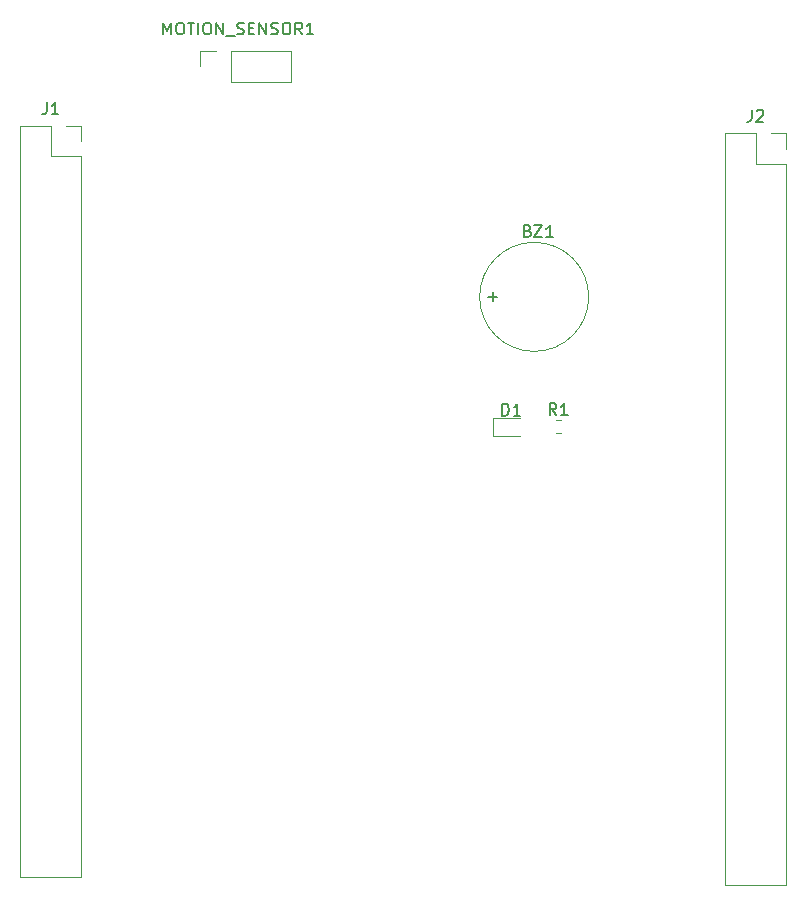
<source format=gbr>
%TF.GenerationSoftware,KiCad,Pcbnew,7.0.1*%
%TF.CreationDate,2023-05-31T13:14:41-06:00*%
%TF.ProjectId,Phase_D_STM_Shield,50686173-655f-4445-9f53-544d5f536869,rev?*%
%TF.SameCoordinates,Original*%
%TF.FileFunction,Legend,Top*%
%TF.FilePolarity,Positive*%
%FSLAX46Y46*%
G04 Gerber Fmt 4.6, Leading zero omitted, Abs format (unit mm)*
G04 Created by KiCad (PCBNEW 7.0.1) date 2023-05-31 13:14:41*
%MOMM*%
%LPD*%
G01*
G04 APERTURE LIST*
%ADD10C,0.150000*%
%ADD11C,0.120000*%
G04 APERTURE END LIST*
D10*
%TO.C,R1*%
X133628333Y-65072619D02*
X133295000Y-64596428D01*
X133056905Y-65072619D02*
X133056905Y-64072619D01*
X133056905Y-64072619D02*
X133437857Y-64072619D01*
X133437857Y-64072619D02*
X133533095Y-64120238D01*
X133533095Y-64120238D02*
X133580714Y-64167857D01*
X133580714Y-64167857D02*
X133628333Y-64263095D01*
X133628333Y-64263095D02*
X133628333Y-64405952D01*
X133628333Y-64405952D02*
X133580714Y-64501190D01*
X133580714Y-64501190D02*
X133533095Y-64548809D01*
X133533095Y-64548809D02*
X133437857Y-64596428D01*
X133437857Y-64596428D02*
X133056905Y-64596428D01*
X134580714Y-65072619D02*
X134009286Y-65072619D01*
X134295000Y-65072619D02*
X134295000Y-64072619D01*
X134295000Y-64072619D02*
X134199762Y-64215476D01*
X134199762Y-64215476D02*
X134104524Y-64310714D01*
X134104524Y-64310714D02*
X134009286Y-64358333D01*
%TO.C,D1*%
X129046905Y-65112619D02*
X129046905Y-64112619D01*
X129046905Y-64112619D02*
X129285000Y-64112619D01*
X129285000Y-64112619D02*
X129427857Y-64160238D01*
X129427857Y-64160238D02*
X129523095Y-64255476D01*
X129523095Y-64255476D02*
X129570714Y-64350714D01*
X129570714Y-64350714D02*
X129618333Y-64541190D01*
X129618333Y-64541190D02*
X129618333Y-64684047D01*
X129618333Y-64684047D02*
X129570714Y-64874523D01*
X129570714Y-64874523D02*
X129523095Y-64969761D01*
X129523095Y-64969761D02*
X129427857Y-65065000D01*
X129427857Y-65065000D02*
X129285000Y-65112619D01*
X129285000Y-65112619D02*
X129046905Y-65112619D01*
X130570714Y-65112619D02*
X129999286Y-65112619D01*
X130285000Y-65112619D02*
X130285000Y-64112619D01*
X130285000Y-64112619D02*
X130189762Y-64255476D01*
X130189762Y-64255476D02*
X130094524Y-64350714D01*
X130094524Y-64350714D02*
X129999286Y-64398333D01*
%TO.C,BZ1*%
X131199047Y-49468809D02*
X131341904Y-49516428D01*
X131341904Y-49516428D02*
X131389523Y-49564047D01*
X131389523Y-49564047D02*
X131437142Y-49659285D01*
X131437142Y-49659285D02*
X131437142Y-49802142D01*
X131437142Y-49802142D02*
X131389523Y-49897380D01*
X131389523Y-49897380D02*
X131341904Y-49945000D01*
X131341904Y-49945000D02*
X131246666Y-49992619D01*
X131246666Y-49992619D02*
X130865714Y-49992619D01*
X130865714Y-49992619D02*
X130865714Y-48992619D01*
X130865714Y-48992619D02*
X131199047Y-48992619D01*
X131199047Y-48992619D02*
X131294285Y-49040238D01*
X131294285Y-49040238D02*
X131341904Y-49087857D01*
X131341904Y-49087857D02*
X131389523Y-49183095D01*
X131389523Y-49183095D02*
X131389523Y-49278333D01*
X131389523Y-49278333D02*
X131341904Y-49373571D01*
X131341904Y-49373571D02*
X131294285Y-49421190D01*
X131294285Y-49421190D02*
X131199047Y-49468809D01*
X131199047Y-49468809D02*
X130865714Y-49468809D01*
X131770476Y-48992619D02*
X132437142Y-48992619D01*
X132437142Y-48992619D02*
X131770476Y-49992619D01*
X131770476Y-49992619D02*
X132437142Y-49992619D01*
X133341904Y-49992619D02*
X132770476Y-49992619D01*
X133056190Y-49992619D02*
X133056190Y-48992619D01*
X133056190Y-48992619D02*
X132960952Y-49135476D01*
X132960952Y-49135476D02*
X132865714Y-49230714D01*
X132865714Y-49230714D02*
X132770476Y-49278333D01*
X127864048Y-55046666D02*
X128625953Y-55046666D01*
X128245000Y-55427619D02*
X128245000Y-54665714D01*
%TO.C,MOTION_SENSOR1*%
X100346667Y-32847619D02*
X100346667Y-31847619D01*
X100346667Y-31847619D02*
X100680000Y-32561904D01*
X100680000Y-32561904D02*
X101013333Y-31847619D01*
X101013333Y-31847619D02*
X101013333Y-32847619D01*
X101680000Y-31847619D02*
X101870476Y-31847619D01*
X101870476Y-31847619D02*
X101965714Y-31895238D01*
X101965714Y-31895238D02*
X102060952Y-31990476D01*
X102060952Y-31990476D02*
X102108571Y-32180952D01*
X102108571Y-32180952D02*
X102108571Y-32514285D01*
X102108571Y-32514285D02*
X102060952Y-32704761D01*
X102060952Y-32704761D02*
X101965714Y-32800000D01*
X101965714Y-32800000D02*
X101870476Y-32847619D01*
X101870476Y-32847619D02*
X101680000Y-32847619D01*
X101680000Y-32847619D02*
X101584762Y-32800000D01*
X101584762Y-32800000D02*
X101489524Y-32704761D01*
X101489524Y-32704761D02*
X101441905Y-32514285D01*
X101441905Y-32514285D02*
X101441905Y-32180952D01*
X101441905Y-32180952D02*
X101489524Y-31990476D01*
X101489524Y-31990476D02*
X101584762Y-31895238D01*
X101584762Y-31895238D02*
X101680000Y-31847619D01*
X102394286Y-31847619D02*
X102965714Y-31847619D01*
X102680000Y-32847619D02*
X102680000Y-31847619D01*
X103299048Y-32847619D02*
X103299048Y-31847619D01*
X103965714Y-31847619D02*
X104156190Y-31847619D01*
X104156190Y-31847619D02*
X104251428Y-31895238D01*
X104251428Y-31895238D02*
X104346666Y-31990476D01*
X104346666Y-31990476D02*
X104394285Y-32180952D01*
X104394285Y-32180952D02*
X104394285Y-32514285D01*
X104394285Y-32514285D02*
X104346666Y-32704761D01*
X104346666Y-32704761D02*
X104251428Y-32800000D01*
X104251428Y-32800000D02*
X104156190Y-32847619D01*
X104156190Y-32847619D02*
X103965714Y-32847619D01*
X103965714Y-32847619D02*
X103870476Y-32800000D01*
X103870476Y-32800000D02*
X103775238Y-32704761D01*
X103775238Y-32704761D02*
X103727619Y-32514285D01*
X103727619Y-32514285D02*
X103727619Y-32180952D01*
X103727619Y-32180952D02*
X103775238Y-31990476D01*
X103775238Y-31990476D02*
X103870476Y-31895238D01*
X103870476Y-31895238D02*
X103965714Y-31847619D01*
X104822857Y-32847619D02*
X104822857Y-31847619D01*
X104822857Y-31847619D02*
X105394285Y-32847619D01*
X105394285Y-32847619D02*
X105394285Y-31847619D01*
X105632381Y-32942857D02*
X106394285Y-32942857D01*
X106584762Y-32800000D02*
X106727619Y-32847619D01*
X106727619Y-32847619D02*
X106965714Y-32847619D01*
X106965714Y-32847619D02*
X107060952Y-32800000D01*
X107060952Y-32800000D02*
X107108571Y-32752380D01*
X107108571Y-32752380D02*
X107156190Y-32657142D01*
X107156190Y-32657142D02*
X107156190Y-32561904D01*
X107156190Y-32561904D02*
X107108571Y-32466666D01*
X107108571Y-32466666D02*
X107060952Y-32419047D01*
X107060952Y-32419047D02*
X106965714Y-32371428D01*
X106965714Y-32371428D02*
X106775238Y-32323809D01*
X106775238Y-32323809D02*
X106680000Y-32276190D01*
X106680000Y-32276190D02*
X106632381Y-32228571D01*
X106632381Y-32228571D02*
X106584762Y-32133333D01*
X106584762Y-32133333D02*
X106584762Y-32038095D01*
X106584762Y-32038095D02*
X106632381Y-31942857D01*
X106632381Y-31942857D02*
X106680000Y-31895238D01*
X106680000Y-31895238D02*
X106775238Y-31847619D01*
X106775238Y-31847619D02*
X107013333Y-31847619D01*
X107013333Y-31847619D02*
X107156190Y-31895238D01*
X107584762Y-32323809D02*
X107918095Y-32323809D01*
X108060952Y-32847619D02*
X107584762Y-32847619D01*
X107584762Y-32847619D02*
X107584762Y-31847619D01*
X107584762Y-31847619D02*
X108060952Y-31847619D01*
X108489524Y-32847619D02*
X108489524Y-31847619D01*
X108489524Y-31847619D02*
X109060952Y-32847619D01*
X109060952Y-32847619D02*
X109060952Y-31847619D01*
X109489524Y-32800000D02*
X109632381Y-32847619D01*
X109632381Y-32847619D02*
X109870476Y-32847619D01*
X109870476Y-32847619D02*
X109965714Y-32800000D01*
X109965714Y-32800000D02*
X110013333Y-32752380D01*
X110013333Y-32752380D02*
X110060952Y-32657142D01*
X110060952Y-32657142D02*
X110060952Y-32561904D01*
X110060952Y-32561904D02*
X110013333Y-32466666D01*
X110013333Y-32466666D02*
X109965714Y-32419047D01*
X109965714Y-32419047D02*
X109870476Y-32371428D01*
X109870476Y-32371428D02*
X109680000Y-32323809D01*
X109680000Y-32323809D02*
X109584762Y-32276190D01*
X109584762Y-32276190D02*
X109537143Y-32228571D01*
X109537143Y-32228571D02*
X109489524Y-32133333D01*
X109489524Y-32133333D02*
X109489524Y-32038095D01*
X109489524Y-32038095D02*
X109537143Y-31942857D01*
X109537143Y-31942857D02*
X109584762Y-31895238D01*
X109584762Y-31895238D02*
X109680000Y-31847619D01*
X109680000Y-31847619D02*
X109918095Y-31847619D01*
X109918095Y-31847619D02*
X110060952Y-31895238D01*
X110680000Y-31847619D02*
X110870476Y-31847619D01*
X110870476Y-31847619D02*
X110965714Y-31895238D01*
X110965714Y-31895238D02*
X111060952Y-31990476D01*
X111060952Y-31990476D02*
X111108571Y-32180952D01*
X111108571Y-32180952D02*
X111108571Y-32514285D01*
X111108571Y-32514285D02*
X111060952Y-32704761D01*
X111060952Y-32704761D02*
X110965714Y-32800000D01*
X110965714Y-32800000D02*
X110870476Y-32847619D01*
X110870476Y-32847619D02*
X110680000Y-32847619D01*
X110680000Y-32847619D02*
X110584762Y-32800000D01*
X110584762Y-32800000D02*
X110489524Y-32704761D01*
X110489524Y-32704761D02*
X110441905Y-32514285D01*
X110441905Y-32514285D02*
X110441905Y-32180952D01*
X110441905Y-32180952D02*
X110489524Y-31990476D01*
X110489524Y-31990476D02*
X110584762Y-31895238D01*
X110584762Y-31895238D02*
X110680000Y-31847619D01*
X112108571Y-32847619D02*
X111775238Y-32371428D01*
X111537143Y-32847619D02*
X111537143Y-31847619D01*
X111537143Y-31847619D02*
X111918095Y-31847619D01*
X111918095Y-31847619D02*
X112013333Y-31895238D01*
X112013333Y-31895238D02*
X112060952Y-31942857D01*
X112060952Y-31942857D02*
X112108571Y-32038095D01*
X112108571Y-32038095D02*
X112108571Y-32180952D01*
X112108571Y-32180952D02*
X112060952Y-32276190D01*
X112060952Y-32276190D02*
X112013333Y-32323809D01*
X112013333Y-32323809D02*
X111918095Y-32371428D01*
X111918095Y-32371428D02*
X111537143Y-32371428D01*
X113060952Y-32847619D02*
X112489524Y-32847619D01*
X112775238Y-32847619D02*
X112775238Y-31847619D01*
X112775238Y-31847619D02*
X112680000Y-31990476D01*
X112680000Y-31990476D02*
X112584762Y-32085714D01*
X112584762Y-32085714D02*
X112489524Y-32133333D01*
%TO.C,J2*%
X150161666Y-39237619D02*
X150161666Y-39951904D01*
X150161666Y-39951904D02*
X150114047Y-40094761D01*
X150114047Y-40094761D02*
X150018809Y-40190000D01*
X150018809Y-40190000D02*
X149875952Y-40237619D01*
X149875952Y-40237619D02*
X149780714Y-40237619D01*
X150590238Y-39332857D02*
X150637857Y-39285238D01*
X150637857Y-39285238D02*
X150733095Y-39237619D01*
X150733095Y-39237619D02*
X150971190Y-39237619D01*
X150971190Y-39237619D02*
X151066428Y-39285238D01*
X151066428Y-39285238D02*
X151114047Y-39332857D01*
X151114047Y-39332857D02*
X151161666Y-39428095D01*
X151161666Y-39428095D02*
X151161666Y-39523333D01*
X151161666Y-39523333D02*
X151114047Y-39666190D01*
X151114047Y-39666190D02*
X150542619Y-40237619D01*
X150542619Y-40237619D02*
X151161666Y-40237619D01*
%TO.C,J1*%
X90471666Y-38602619D02*
X90471666Y-39316904D01*
X90471666Y-39316904D02*
X90424047Y-39459761D01*
X90424047Y-39459761D02*
X90328809Y-39555000D01*
X90328809Y-39555000D02*
X90185952Y-39602619D01*
X90185952Y-39602619D02*
X90090714Y-39602619D01*
X91471666Y-39602619D02*
X90900238Y-39602619D01*
X91185952Y-39602619D02*
X91185952Y-38602619D01*
X91185952Y-38602619D02*
X91090714Y-38745476D01*
X91090714Y-38745476D02*
X90995476Y-38840714D01*
X90995476Y-38840714D02*
X90900238Y-38888333D01*
D11*
%TO.C,R1*%
X133557742Y-66562500D02*
X134032258Y-66562500D01*
X133557742Y-65517500D02*
X134032258Y-65517500D01*
%TO.C,D1*%
X128300000Y-66815000D02*
X130585000Y-66815000D01*
X128300000Y-65345000D02*
X128300000Y-66815000D01*
X130585000Y-65345000D02*
X128300000Y-65345000D01*
%TO.C,BZ1*%
X136365000Y-55065000D02*
G75*
G03*
X136365000Y-55065000I-4620000J0D01*
G01*
%TO.C,MOTION_SENSOR1*%
X103445000Y-35560000D02*
X103445000Y-34230000D01*
X106045000Y-34230000D02*
X111185000Y-34230000D01*
X106045000Y-36890000D02*
X111185000Y-36890000D01*
X106045000Y-36890000D02*
X106045000Y-34230000D01*
X103445000Y-34230000D02*
X104775000Y-34230000D01*
X111185000Y-36890000D02*
X111185000Y-34230000D01*
%TO.C,J2*%
X153095000Y-41215000D02*
X153095000Y-42545000D01*
X150495000Y-41215000D02*
X150495000Y-43815000D01*
X151765000Y-41215000D02*
X153095000Y-41215000D01*
X147895000Y-41215000D02*
X147895000Y-104835000D01*
X150495000Y-43815000D02*
X153095000Y-43815000D01*
X147895000Y-41215000D02*
X150495000Y-41215000D01*
X147895000Y-104835000D02*
X153095000Y-104835000D01*
X153095000Y-43815000D02*
X153095000Y-104835000D01*
%TO.C,J1*%
X93405000Y-40580000D02*
X93405000Y-41910000D01*
X90805000Y-40580000D02*
X90805000Y-43180000D01*
X92075000Y-40580000D02*
X93405000Y-40580000D01*
X88205000Y-40580000D02*
X88205000Y-104200000D01*
X90805000Y-43180000D02*
X93405000Y-43180000D01*
X88205000Y-40580000D02*
X90805000Y-40580000D01*
X88205000Y-104200000D02*
X93405000Y-104200000D01*
X93405000Y-43180000D02*
X93405000Y-104200000D01*
%TD*%
M02*

</source>
